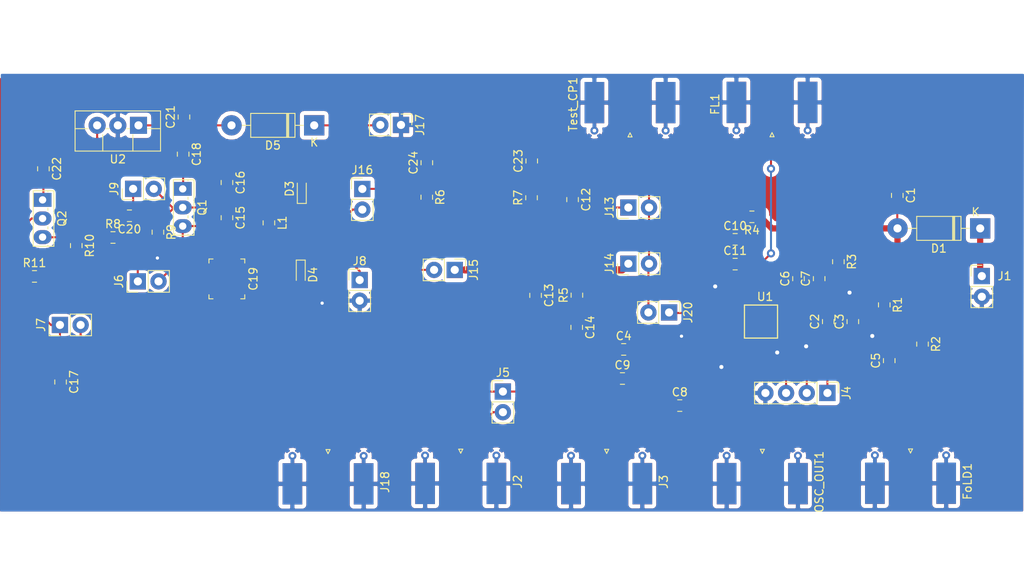
<source format=kicad_pcb>
(kicad_pcb (version 20171130) (host pcbnew "(5.0.2)-1")
  (layers (0 F.Cu signal) (31 B.Cu signal) (34 B.Paste user) (35 F.Paste user) (36 B.SilkS user) (37 F.SilkS user) (38 B.Mask user) (39 F.Mask user) (44 Edge.Cuts user))
  (net 0 "")
  (net 1 GND)
  (net 2 "Net-(C4-Pad1)")
  (net 3 "Net-(C8-Pad1)")
  (net 4 "Net-(C9-Pad2)")
  (net 5 PLL_Power)
  (net 6 "Net-(C12-Pad2)")
  (net 7 "Net-(C15-Pad1)")
  (net 8 "Net-(C15-Pad2)")
  (net 9 8V)
  (net 10 "Net-(C20-Pad2)")
  (net 11 "Net-(C21-Pad1)")
  (net 12 "Net-(D1-Pad1)")
  (net 13 "Net-(D3-Pad1)")
  (net 14 "Net-(D5-Pad1)")
  (net 15 "Net-(J2-Pad1)")
  (net 16 "Net-(J13-Pad2)")
  (net 17 V_uC)
  (net 18 Vp)
  (net 19 Vcc)
  (net 20 CE)
  (net 21 F_IN)
  (net 22 OSC_IN)
  (net 23 CPo)
  (net 24 LE)
  (net 25 Data)
  (net 26 FL)
  (net 27 FoLD)
  (net 28 OSC_OUT)
  (net 29 Clock)
  (net 30 "Net-(C13-Pad1)")
  (net 31 "Net-(C14-Pad1)")
  (net 32 "Net-(C17-Pad2)")
  (net 33 "Net-(C17-Pad1)")
  (net 34 "Net-(Q2-Pad3)")
  (net 35 "Net-(C23-Pad1)")
  (net 36 "Net-(C24-Pad1)")
  (net 37 "Net-(C20-Pad1)")
  (module Capacitor_SMD:C_0805_2012Metric_Pad1.15x1.40mm_HandSolder (layer F.Cu) (at 133.731 87.9094 90)
    (fp_text reference C24 (at 0 -1.65 90) (layer F.SilkS))
    (fp_text value C)
    (pad 2 smd roundrect (at 1.025 0 90) (size 1.15 1.4) (layers F.Cu F.Paste F.Mask) (roundrect_rratio 0.217391) (net 1 GND))
    (pad 1 smd roundrect (at -1.025 0 90) (size 1.15 1.4) (layers F.Cu F.Paste F.Mask) (roundrect_rratio 0.217391) (net 36 "Net-(C24-Pad1)"))
  )
  (module Capacitor_SMD:C_0805_2012Metric_Pad1.15x1.40mm_HandSolder (layer F.Cu) (at 146.6215 87.6935 90)
    (fp_text reference C23 (at 0 -1.65 90) (layer F.SilkS))
    (fp_text value C)
    (pad 1 smd roundrect (at -1.025 0 90) (size 1.15 1.4) (layers F.Cu F.Paste F.Mask) (roundrect_rratio 0.217391) (net 35 "Net-(C23-Pad1)"))
    (pad 2 smd roundrect (at 1.025 0 90) (size 1.15 1.4) (layers F.Cu F.Paste F.Mask) (roundrect_rratio 0.217391) (net 1 GND))
  )
  (module Capacitor_SMD:C_Trimmer_Murata_TZB4-B (layer F.Cu) (at 109.1565 102.1997 270)
    (fp_text reference C19 (at 0 -3.25 270) (layer F.SilkS))
    (fp_text value C_Variable)
    (pad 1 smd rect (at -3 0 270) (size 2 1.6) (layers F.Cu F.Paste F.Mask) (net 8 "Net-(C15-Pad2)"))
    (pad 2 smd rect (at 3 0 270) (size 2 1.6) (layers F.Cu F.Paste F.Mask) (net 1 GND))
  )
  (module Connector_PinHeader_2.54mm:PinHeader_1x02_P2.54mm_Vertical (layer F.Cu) (at 98.2218 102.5017 90)
    (fp_text reference J6 (at 0 -2.33 90) (layer F.SilkS))
    (fp_text value Conn_01x02_Male)
    (pad 1 thru_hole rect (at 0 0 90) (size 2 2) (drill 1) (layers *.Cu *.Mask) (net 37 "Net-(C20-Pad1)"))
    (pad 2 thru_hole oval (at 0 2.54 90) (size 2 2) (drill 1) (layers *.Cu *.Mask) (net 8 "Net-(C15-Pad2)"))
  )
  (module Resistor_SMD:R_0805_2012Metric_Pad1.15x1.40mm_HandSolder (layer F.Cu) (at 146.5961 92.2184 90)
    (fp_text reference R7 (at 0 -1.65 90) (layer F.SilkS))
    (fp_text value R)
    (pad 1 smd roundrect (at -1.025 0 90) (size 1.15 1.4) (layers F.Cu F.Paste F.Mask) (roundrect_rratio 0.217391) (net 6 "Net-(C12-Pad2)"))
    (pad 2 smd roundrect (at 1.025 0 90) (size 1.15 1.4) (layers F.Cu F.Paste F.Mask) (roundrect_rratio 0.217391) (net 35 "Net-(C23-Pad1)"))
  )
  (module Resistor_SMD:R_0805_2012Metric_Pad1.15x1.40mm_HandSolder (layer F.Cu) (at 95.1648 97.1042)
    (fp_text reference R8 (at 0 -1.65) (layer F.SilkS))
    (fp_text value "0 Ohms")
    (pad 2 smd roundrect (at 1.025 0) (size 1.15 1.4) (layers F.Cu F.Paste F.Mask) (roundrect_rratio 0.217391) (net 10 "Net-(C20-Pad2)"))
    (pad 1 smd roundrect (at -1.025 0) (size 1.15 1.4) (layers F.Cu F.Paste F.Mask) (roundrect_rratio 0.217391) (net 34 "Net-(Q2-Pad3)"))
  )
  (module Capacitor_SMD:C_0805_2012Metric_Pad1.15x1.40mm_HandSolder (layer F.Cu) (at 88.7222 114.8805 270)
    (fp_text reference C17 (at 0 -1.65 270) (layer F.SilkS))
    (fp_text value 100nF)
    (pad 2 smd roundrect (at 1.025 0 270) (size 1.15 1.4) (layers F.Cu F.Paste F.Mask) (roundrect_rratio 0.217391) (net 32 "Net-(C17-Pad2)"))
    (pad 1 smd roundrect (at -1.025 0 270) (size 1.15 1.4) (layers F.Cu F.Paste F.Mask) (roundrect_rratio 0.217391) (net 33 "Net-(C17-Pad1)"))
  )
  (module Capacitor_SMD:C_0805_2012Metric_Pad1.15x1.40mm_HandSolder (layer F.Cu) (at 152.146 108.1622 270)
    (fp_text reference C14 (at 0 -1.65 270) (layer F.SilkS))
    (fp_text value C)
    (pad 1 smd roundrect (at -1.025 0 270) (size 1.15 1.4) (layers F.Cu F.Paste F.Mask) (roundrect_rratio 0.217391) (net 31 "Net-(C14-Pad1)"))
    (pad 2 smd roundrect (at 1.025 0 270) (size 1.15 1.4) (layers F.Cu F.Paste F.Mask) (roundrect_rratio 0.217391) (net 1 GND))
  )
  (module Package_TO_SOT_THT:TO-251-3_Vertical (layer F.Cu) (at 86.5124 92.4814 270)
    (fp_text reference Q2 (at 2.29 -2.39 270) (layer F.SilkS))
    (fp_text value Q_NJFET_DSG)
    (pad 3 thru_hole oval (at 4.58 0 270) (size 1.7175 2.2) (drill 0.9) (layers *.Cu *.Mask) (net 34 "Net-(Q2-Pad3)"))
    (pad 2 thru_hole oval (at 2.29 0 270) (size 1.7175 2.2) (drill 0.9) (layers *.Cu *.Mask) (net 33 "Net-(C17-Pad1)"))
    (pad 1 thru_hole rect (at 0 0 270) (size 1.7175 2.2) (drill 0.9) (layers *.Cu *.Mask) (net 9 8V))
  )
  (module Package_TO_SOT_THT:TO-251-3_Vertical (layer F.Cu) (at 103.7336 91.1272 270)
    (fp_text reference Q1 (at 2.29 -2.39 270) (layer F.SilkS))
    (fp_text value Q_NJFET_DSG)
    (pad 1 thru_hole rect (at 0 0 270) (size 1.7 2.2) (drill 0.9) (layers *.Cu *.Mask) (net 9 8V))
    (pad 2 thru_hole oval (at 2.29 0 270) (size 1.7 2.2) (drill 0.9) (layers *.Cu *.Mask) (net 7 "Net-(C15-Pad1)"))
    (pad 3 thru_hole oval (at 4.58 0 270) (size 1.7 2.2) (drill 0.9) (layers *.Cu *.Mask) (net 8 "Net-(C15-Pad2)"))
  )
  (module Connector_Coaxial:SMA_Molex_73251-1153_EdgeMount_Horizontal (layer F.Cu) (at 193.167 125.6102 90)
    (fp_text reference FoLD1 (at -1.5 7 90) (layer F.SilkS))
    (fp_text value Conn_Coaxial)
    (pad 2 smd rect (at 1.27 4.38 90) (size 0.95 0.46) (layers B.Cu) (net 1 GND))
    (pad 2 smd rect (at 1.27 -4.38 90) (size 0.95 0.46) (layers B.Cu) (net 1 GND))
    (pad 2 smd rect (at 1.27 4.38 90) (size 0.95 0.46) (layers F.Cu) (net 1 GND))
    (pad 2 smd rect (at 1.27 -4.38 90) (size 0.95 0.46) (layers F.Cu) (net 1 GND))
    (pad 2 thru_hole circle (at 1.72 4.38 90) (size 0.97 0.97) (drill 0.46) (layers *.Cu) (net 1 GND))
    (pad 2 thru_hole circle (at 1.72 -4.38 90) (size 0.97 0.97) (drill 0.46) (layers *.Cu) (net 1 GND))
    (pad 2 smd rect (at -1.72 4.38 90) (size 5.08 2.42) (layers B.Cu B.Paste B.Mask) (net 1 GND))
    (pad 2 smd rect (at -1.72 -4.38 90) (size 5.08 2.42) (layers B.Cu B.Paste B.Mask) (net 1 GND))
    (pad 2 smd rect (at -1.72 4.38 90) (size 5.08 2.42) (layers F.Cu F.Paste F.Mask) (net 1 GND))
    (pad 2 smd rect (at -1.72 -4.38 90) (size 5.08 2.42) (layers F.Cu F.Paste F.Mask) (net 1 GND))
    (pad 1 smd rect (at -1.72 0 90) (size 5.08 2.29) (layers F.Cu F.Paste F.Mask) (net 27 FoLD))
  )
  (module Connector_Coaxial:SMA_Molex_73251-1153_EdgeMount_Horizontal (layer F.Cu) (at 176.149 82.2126 270)
    (fp_text reference FL1 (at -1.5 7 270) (layer F.SilkS))
    (fp_text value Conn_Coaxial)
    (pad 1 smd rect (at -1.72 0 270) (size 5.08 2.29) (layers F.Cu F.Paste F.Mask) (net 26 FL))
    (pad 2 smd rect (at -1.72 -4.38 270) (size 5.08 2.42) (layers F.Cu F.Paste F.Mask) (net 1 GND))
    (pad 2 smd rect (at -1.72 4.38 270) (size 5.08 2.42) (layers F.Cu F.Paste F.Mask) (net 1 GND))
    (pad 2 smd rect (at -1.72 -4.38 270) (size 5.08 2.42) (layers B.Cu B.Paste B.Mask) (net 1 GND))
    (pad 2 smd rect (at -1.72 4.38 270) (size 5.08 2.42) (layers B.Cu B.Paste B.Mask) (net 1 GND))
    (pad 2 thru_hole circle (at 1.72 -4.38 270) (size 0.97 0.97) (drill 0.46) (layers *.Cu) (net 1 GND))
    (pad 2 thru_hole circle (at 1.72 4.38 270) (size 0.97 0.97) (drill 0.46) (layers *.Cu) (net 1 GND))
    (pad 2 smd rect (at 1.27 -4.38 270) (size 0.95 0.46) (layers F.Cu) (net 1 GND))
    (pad 2 smd rect (at 1.27 4.38 270) (size 0.95 0.46) (layers F.Cu) (net 1 GND))
    (pad 2 smd rect (at 1.27 -4.38 270) (size 0.95 0.46) (layers B.Cu) (net 1 GND))
    (pad 2 smd rect (at 1.27 4.38 270) (size 0.95 0.46) (layers B.Cu) (net 1 GND))
  )
  (module Connector_Coaxial:SMA_Molex_73251-1153_EdgeMount_Horizontal (layer F.Cu) (at 158.6992 82.238 270)
    (fp_text reference Test_CP1 (at -1.5 7 270) (layer F.SilkS))
    (fp_text value Conn_Coaxial)
    (pad 2 smd rect (at 1.27 4.38 270) (size 0.95 0.46) (layers B.Cu) (net 1 GND))
    (pad 2 smd rect (at 1.27 -4.38 270) (size 0.95 0.46) (layers B.Cu) (net 1 GND))
    (pad 2 smd rect (at 1.27 4.38 270) (size 0.95 0.46) (layers F.Cu) (net 1 GND))
    (pad 2 smd rect (at 1.27 -4.38 270) (size 0.95 0.46) (layers F.Cu) (net 1 GND))
    (pad 2 thru_hole circle (at 1.72 4.38 270) (size 0.97 0.97) (drill 0.46) (layers *.Cu) (net 1 GND))
    (pad 2 thru_hole circle (at 1.72 -4.38 270) (size 0.97 0.97) (drill 0.46) (layers *.Cu) (net 1 GND))
    (pad 2 smd rect (at -1.72 4.38 270) (size 5.08 2.42) (layers B.Cu B.Paste B.Mask) (net 1 GND))
    (pad 2 smd rect (at -1.72 -4.38 270) (size 5.08 2.42) (layers B.Cu B.Paste B.Mask) (net 1 GND))
    (pad 2 smd rect (at -1.72 4.38 270) (size 5.08 2.42) (layers F.Cu F.Paste F.Mask) (net 1 GND))
    (pad 2 smd rect (at -1.72 -4.38 270) (size 5.08 2.42) (layers F.Cu F.Paste F.Mask) (net 1 GND))
    (pad 1 smd rect (at -1.72 0 270) (size 5.08 2.29) (layers F.Cu F.Paste F.Mask) (net 16 "Net-(J13-Pad2)"))
  )
  (module Connector_Coaxial:SMA_Molex_73251-1153_EdgeMount_Horizontal (layer F.Cu) (at 174.9552 125.661 90)
    (fp_text reference OSC_OUT1 (at -1.5 7 90) (layer F.SilkS))
    (fp_text value Conn_Coaxial)
    (pad 1 smd rect (at -1.72 0 90) (size 5.08 2.29) (layers F.Cu F.Paste F.Mask) (net 28 OSC_OUT))
    (pad 2 smd rect (at -1.72 -4.38 90) (size 5.08 2.42) (layers F.Cu F.Paste F.Mask) (net 1 GND))
    (pad 2 smd rect (at -1.72 4.38 90) (size 5.08 2.42) (layers F.Cu F.Paste F.Mask) (net 1 GND))
    (pad 2 smd rect (at -1.72 -4.38 90) (size 5.08 2.42) (layers B.Cu B.Paste B.Mask) (net 1 GND))
    (pad 2 smd rect (at -1.72 4.38 90) (size 5.08 2.42) (layers B.Cu B.Paste B.Mask) (net 1 GND))
    (pad 2 thru_hole circle (at 1.72 -4.38 90) (size 0.97 0.97) (drill 0.46) (layers *.Cu) (net 1 GND))
    (pad 2 thru_hole circle (at 1.72 4.38 90) (size 0.97 0.97) (drill 0.46) (layers *.Cu) (net 1 GND))
    (pad 2 smd rect (at 1.27 -4.38 90) (size 0.95 0.46) (layers F.Cu) (net 1 GND))
    (pad 2 smd rect (at 1.27 4.38 90) (size 0.95 0.46) (layers F.Cu) (net 1 GND))
    (pad 2 smd rect (at 1.27 -4.38 90) (size 0.95 0.46) (layers B.Cu) (net 1 GND))
    (pad 2 smd rect (at 1.27 4.38 90) (size 0.95 0.46) (layers B.Cu) (net 1 GND))
  )
  (module Capacitor_SMD:C_0805_2012Metric_Pad1.15x1.40mm_HandSolder (layer F.Cu) (at 191.5414 91.9316 270)
    (fp_text reference C1 (at 0 -1.65 270) (layer F.SilkS))
    (fp_text value C)
    (pad 1 smd roundrect (at -1.025 0 270) (size 1.15 1.4) (layers F.Cu F.Paste F.Mask) (roundrect_rratio 0.217391) (net 1 GND))
    (pad 2 smd roundrect (at 1.025 0 270) (size 1.15 1.4) (layers F.Cu F.Paste F.Mask) (roundrect_rratio 0.217391) (net 5 PLL_Power))
  )
  (module Capacitor_SMD:C_0805_2012Metric_Pad1.15x1.40mm_HandSolder (layer F.Cu) (at 183.0578 107.451 90)
    (fp_text reference C2 (at 0 -1.65 90) (layer F.SilkS))
    (fp_text value 100nF)
    (pad 1 smd roundrect (at -1.025 0 90) (size 1.15 1.4) (layers F.Cu F.Paste F.Mask) (roundrect_rratio 0.217391) (net 1 GND))
    (pad 2 smd roundrect (at 1.025 0 90) (size 1.15 1.4) (layers F.Cu F.Paste F.Mask) (roundrect_rratio 0.217391) (net 17 V_uC))
  )
  (module Capacitor_SMD:C_0805_2012Metric_Pad1.15x1.40mm_HandSolder (layer F.Cu) (at 186.0804 107.451 90)
    (fp_text reference C3 (at 0 -1.65 90) (layer F.SilkS))
    (fp_text value 100pF)
    (pad 2 smd roundrect (at 1.025 0 90) (size 1.15 1.4) (layers F.Cu F.Paste F.Mask) (roundrect_rratio 0.217391) (net 17 V_uC))
    (pad 1 smd roundrect (at -1.025 0 90) (size 1.15 1.4) (layers F.Cu F.Paste F.Mask) (roundrect_rratio 0.217391) (net 1 GND))
  )
  (module Capacitor_SMD:C_0805_2012Metric_Pad1.15x1.40mm_HandSolder (layer F.Cu) (at 157.9208 110.871)
    (fp_text reference C4 (at 0 -1.65) (layer F.SilkS))
    (fp_text value 1000pF)
    (pad 2 smd roundrect (at 1.025 0) (size 1.15 1.4) (layers F.Cu F.Paste F.Mask) (roundrect_rratio 0.217391) (net 21 F_IN))
    (pad 1 smd roundrect (at -1.025 0) (size 1.15 1.4) (layers F.Cu F.Paste F.Mask) (roundrect_rratio 0.217391) (net 2 "Net-(C4-Pad1)"))
  )
  (module Capacitor_SMD:C_0805_2012Metric_Pad1.15x1.40mm_HandSolder (layer F.Cu) (at 190.5508 112.2516 90)
    (fp_text reference C5 (at 0 -1.65 90) (layer F.SilkS))
    (fp_text value 100nF)
    (pad 2 smd roundrect (at 1.025 0 90) (size 1.15 1.4) (layers F.Cu F.Paste F.Mask) (roundrect_rratio 0.217391) (net 20 CE))
    (pad 1 smd roundrect (at -1.025 0 90) (size 1.15 1.4) (layers F.Cu F.Paste F.Mask) (roundrect_rratio 0.217391) (net 1 GND))
  )
  (module Capacitor_SMD:C_0805_2012Metric_Pad1.15x1.40mm_HandSolder (layer F.Cu) (at 179.4002 102.1678 90)
    (fp_text reference C6 (at 0 -1.65 90) (layer F.SilkS))
    (fp_text value 100nF)
    (pad 1 smd roundrect (at -1.025 0 90) (size 1.15 1.4) (layers F.Cu F.Paste F.Mask) (roundrect_rratio 0.217391) (net 1 GND))
    (pad 2 smd roundrect (at 1.025 0 90) (size 1.15 1.4) (layers F.Cu F.Paste F.Mask) (roundrect_rratio 0.217391) (net 19 Vcc))
  )
  (module Capacitor_SMD:C_0805_2012Metric_Pad1.15x1.40mm_HandSolder (layer F.Cu) (at 181.9402 102.1678 90)
    (fp_text reference C7 (at 0 -1.65 90) (layer F.SilkS))
    (fp_text value 100pF)
    (pad 1 smd roundrect (at -1.025 0 90) (size 1.15 1.4) (layers F.Cu F.Paste F.Mask) (roundrect_rratio 0.217391) (net 1 GND))
    (pad 2 smd roundrect (at 1.025 0 90) (size 1.15 1.4) (layers F.Cu F.Paste F.Mask) (roundrect_rratio 0.217391) (net 19 Vcc))
  )
  (module Capacitor_SMD:C_0805_2012Metric_Pad1.15x1.40mm_HandSolder (layer F.Cu) (at 164.8116 117.7798)
    (fp_text reference C8 (at 0 -1.65) (layer F.SilkS))
    (fp_text value 1000pF)
    (pad 2 smd roundrect (at 1.025 0) (size 1.15 1.4) (layers F.Cu F.Paste F.Mask) (roundrect_rratio 0.217391) (net 22 OSC_IN))
    (pad 1 smd roundrect (at -1.025 0) (size 1.15 1.4) (layers F.Cu F.Paste F.Mask) (roundrect_rratio 0.217391) (net 3 "Net-(C8-Pad1)"))
  )
  (module Capacitor_SMD:C_0805_2012Metric_Pad1.15x1.40mm_HandSolder (layer F.Cu) (at 157.7684 114.4524)
    (fp_text reference C9 (at 0 -1.65) (layer F.SilkS))
    (fp_text value 100nF)
    (pad 2 smd roundrect (at 1.025 0) (size 1.15 1.4) (layers F.Cu F.Paste F.Mask) (roundrect_rratio 0.217391) (net 4 "Net-(C9-Pad2)"))
    (pad 1 smd roundrect (at -1.025 0) (size 1.15 1.4) (layers F.Cu F.Paste F.Mask) (roundrect_rratio 0.217391) (net 1 GND))
  )
  (module Capacitor_SMD:C_0805_2012Metric_Pad1.15x1.40mm_HandSolder (layer F.Cu) (at 171.6188 97.3328)
    (fp_text reference C10 (at 0 -1.65) (layer F.SilkS))
    (fp_text value 100nF)
    (pad 2 smd roundrect (at 1.025 0) (size 1.15 1.4) (layers F.Cu F.Paste F.Mask) (roundrect_rratio 0.217391) (net 18 Vp))
    (pad 1 smd roundrect (at -1.025 0) (size 1.15 1.4) (layers F.Cu F.Paste F.Mask) (roundrect_rratio 0.217391) (net 1 GND))
  )
  (module Capacitor_SMD:C_0805_2012Metric_Pad1.15x1.40mm_HandSolder (layer F.Cu) (at 171.6188 100.3808)
    (fp_text reference C11 (at 0 -1.65) (layer F.SilkS))
    (fp_text value 100pF)
    (pad 1 smd roundrect (at -1.025 0) (size 1.15 1.4) (layers F.Cu F.Paste F.Mask) (roundrect_rratio 0.217391) (net 1 GND))
    (pad 2 smd roundrect (at 1.025 0) (size 1.15 1.4) (layers F.Cu F.Paste F.Mask) (roundrect_rratio 0.217391) (net 18 Vp))
  )
  (module Capacitor_SMD:C_0805_2012Metric_Pad1.15x1.40mm_HandSolder (layer F.Cu) (at 151.638 92.447 270)
    (fp_text reference C12 (at 0 -1.65 270) (layer F.SilkS))
    (fp_text value C)
    (pad 2 smd roundrect (at 1.025 0 270) (size 1.15 1.4) (layers F.Cu F.Paste F.Mask) (roundrect_rratio 0.217391) (net 6 "Net-(C12-Pad2)"))
    (pad 1 smd roundrect (at -1.025 0 270) (size 1.15 1.4) (layers F.Cu F.Paste F.Mask) (roundrect_rratio 0.217391) (net 1 GND))
  )
  (module Capacitor_SMD:C_0805_2012Metric_Pad1.15x1.40mm_HandSolder (layer F.Cu) (at 147.0914 104.2252 270)
    (fp_text reference C13 (at 0 -1.65 270) (layer F.SilkS))
    (fp_text value C)
    (pad 2 smd roundrect (at 1.025 0 270) (size 1.15 1.4) (layers F.Cu F.Paste F.Mask) (roundrect_rratio 0.217391) (net 1 GND))
    (pad 1 smd roundrect (at -1.025 0 270) (size 1.15 1.4) (layers F.Cu F.Paste F.Mask) (roundrect_rratio 0.217391) (net 30 "Net-(C13-Pad1)"))
  )
  (module Capacitor_SMD:C_0805_2012Metric_Pad1.15x1.40mm_HandSolder (layer F.Cu) (at 109.1692 94.6748 270)
    (fp_text reference C15 (at 0 -1.65 270) (layer F.SilkS))
    (fp_text value 120)
    (pad 1 smd roundrect (at -1.025 0 270) (size 1.15 1.4) (layers F.Cu F.Paste F.Mask) (roundrect_rratio 0.217391) (net 7 "Net-(C15-Pad1)"))
    (pad 2 smd roundrect (at 1.025 0 270) (size 1.15 1.4) (layers F.Cu F.Paste F.Mask) (roundrect_rratio 0.217391) (net 8 "Net-(C15-Pad2)"))
  )
  (module Capacitor_SMD:C_0805_2012Metric_Pad1.15x1.40mm_HandSolder (layer F.Cu) (at 109.1692 90.3478 270)
    (fp_text reference C16 (at 0 -1.65 270) (layer F.SilkS))
    (fp_text value 560)
    (pad 2 smd roundrect (at 1.025 0 270) (size 1.15 1.4) (layers F.Cu F.Paste F.Mask) (roundrect_rratio 0.217391) (net 7 "Net-(C15-Pad1)"))
    (pad 1 smd roundrect (at -1.025 0 270) (size 1.15 1.4) (layers F.Cu F.Paste F.Mask) (roundrect_rratio 0.217391) (net 1 GND))
  )
  (module Capacitor_SMD:C_0805_2012Metric_Pad1.15x1.40mm_HandSolder (layer F.Cu) (at 103.7844 86.859 270)
    (fp_text reference C18 (at 0 -1.65 270) (layer F.SilkS))
    (fp_text value 100nF)
    (pad 1 smd roundrect (at -1.025 0 270) (size 1.15 1.4) (layers F.Cu F.Paste F.Mask) (roundrect_rratio 0.217391) (net 1 GND))
    (pad 2 smd roundrect (at 1.025 0 270) (size 1.15 1.4) (layers F.Cu F.Paste F.Mask) (roundrect_rratio 0.217391) (net 9 8V))
  )
  (module Capacitor_SMD:C_0805_2012Metric_Pad1.15x1.40mm_HandSolder (layer F.Cu) (at 97.1841 94.4372 180)
    (fp_text reference C20 (at 0 -1.65 180) (layer F.SilkS))
    (fp_text value 10pF)
    (pad 1 smd roundrect (at -1.025 0 180) (size 1.15 1.4) (layers F.Cu F.Paste F.Mask) (roundrect_rratio 0.217391) (net 37 "Net-(C20-Pad1)"))
    (pad 2 smd roundrect (at 1.025 0 180) (size 1.15 1.4) (layers F.Cu F.Paste F.Mask) (roundrect_rratio 0.217391) (net 10 "Net-(C20-Pad2)"))
  )
  (module Capacitor_SMD:C_0805_2012Metric_Pad1.15x1.40mm_HandSolder (layer F.Cu) (at 103.886 82.287 90)
    (fp_text reference C21 (at 0 -1.65 90) (layer F.SilkS))
    (fp_text value 100nF)
    (pad 1 smd roundrect (at -1.025 0 90) (size 1.15 1.4) (layers F.Cu F.Paste F.Mask) (roundrect_rratio 0.217391) (net 11 "Net-(C21-Pad1)"))
    (pad 2 smd roundrect (at 1.025 0 90) (size 1.15 1.4) (layers F.Cu F.Paste F.Mask) (roundrect_rratio 0.217391) (net 1 GND))
  )
  (module Capacitor_SMD:C_0805_2012Metric_Pad1.15x1.40mm_HandSolder (layer F.Cu) (at 86.614 88.655 270)
    (fp_text reference C22 (at 0 -1.65 270) (layer F.SilkS))
    (fp_text value 100nF)
    (pad 1 smd roundrect (at -1.025 0 270) (size 1.15 1.4) (layers F.Cu F.Paste F.Mask) (roundrect_rratio 0.217391) (net 1 GND))
    (pad 2 smd roundrect (at 1.025 0 270) (size 1.15 1.4) (layers F.Cu F.Paste F.Mask) (roundrect_rratio 0.217391) (net 9 8V))
  )
  (module Diode_THT:D_DO-41_SOD81_P10.16mm_Horizontal (layer F.Cu) (at 201.7268 95.9866 180)
    (fp_text reference D1 (at 5.08 -2.47 180) (layer F.SilkS))
    (fp_text value DIODE)
    (fp_text user K (at 0.5588 2.0066 180) (layer F.SilkS))
    (pad 1 thru_hole rect (at 0 0 180) (size 2.5 2.5) (drill 1) (layers *.Cu *.Mask) (net 12 "Net-(D1-Pad1)"))
    (pad 2 thru_hole oval (at 10.16 0 180) (size 2.5 2.5) (drill 1) (layers *.Cu *.Mask) (net 5 PLL_Power))
  )
  (module Diode_SMD:D_SC-80_HandSoldering (layer F.Cu) (at 118.364 91.1176 90)
    (fp_text reference D3 (at 0 -1.5 90) (layer F.SilkS))
    (fp_text value D_Capacitance)
    (pad 1 smd rect (at -1.1 0 90) (size 1.1 0.6) (layers F.Cu F.Paste F.Mask) (net 13 "Net-(D3-Pad1)"))
    (pad 2 smd rect (at 1.1 0 90) (size 1.1 0.6) (layers F.Cu F.Paste F.Mask) (net 8 "Net-(C15-Pad2)"))
  )
  (module Diode_SMD:D_SC-80_HandSoldering (layer F.Cu) (at 118.237 101.684 270)
    (fp_text reference D4 (at 0 -1.5 270) (layer F.SilkS))
    (fp_text value D_Capacitance)
    (pad 2 smd rect (at 1.1 0 270) (size 1.1 0.6) (layers F.Cu F.Paste F.Mask) (net 1 GND))
    (pad 1 smd rect (at -1.1 0 270) (size 1.1 0.6) (layers F.Cu F.Paste F.Mask) (net 13 "Net-(D3-Pad1)"))
  )
  (module Diode_THT:D_DO-41_SOD81_P10.16mm_Horizontal (layer F.Cu) (at 119.888 83.312 180)
    (fp_text reference D5 (at 5.08 -2.47 180) (layer F.SilkS))
    (fp_text value DIODE)
    (fp_text user K (at 0 -2.1 180) (layer F.SilkS))
    (pad 2 thru_hole oval (at 10.16 0 180) (size 2.5 2.5) (drill 1) (layers *.Cu *.Mask) (net 11 "Net-(C21-Pad1)"))
    (pad 1 thru_hole rect (at 0 0 180) (size 2.5 2.5) (drill 1) (layers *.Cu *.Mask) (net 14 "Net-(D5-Pad1)"))
  )
  (module Connector_PinHeader_2.54mm:PinHeader_1x02_P2.54mm_Vertical (layer F.Cu) (at 201.93 101.854)
    (fp_text reference J1 (at 2.794 0) (layer F.SilkS))
    (fp_text value Conn_01x02_Male)
    (pad 2 thru_hole oval (at 0 2.54) (size 2 2) (drill 1) (layers *.Cu *.Mask) (net 1 GND))
    (pad 1 thru_hole rect (at 0 0) (size 2 2) (drill 1) (layers *.Cu *.Mask) (net 12 "Net-(D1-Pad1)"))
  )
  (module Connector_Coaxial:SMA_Molex_73251-1153_EdgeMount_Horizontal (layer F.Cu) (at 137.8966 125.6356 90)
    (fp_text reference J2 (at -1.5 7 90) (layer F.SilkS))
    (fp_text value Conn_Coaxial)
    (pad 2 smd rect (at 1.27 4.38 90) (size 0.95 0.46) (layers B.Cu) (net 1 GND))
    (pad 2 smd rect (at 1.27 -4.38 90) (size 0.95 0.46) (layers B.Cu) (net 1 GND))
    (pad 2 smd rect (at 1.27 4.38 90) (size 0.95 0.46) (layers F.Cu) (net 1 GND))
    (pad 2 smd rect (at 1.27 -4.38 90) (size 0.95 0.46) (layers F.Cu) (net 1 GND))
    (pad 2 thru_hole circle (at 1.72 4.38 90) (size 0.97 0.97) (drill 0.46) (layers *.Cu) (net 1 GND))
    (pad 2 thru_hole circle (at 1.72 -4.38 90) (size 0.97 0.97) (drill 0.46) (layers *.Cu) (net 1 GND))
    (pad 2 smd rect (at -1.72 4.38 90) (size 5.08 2.42) (layers B.Cu B.Paste B.Mask) (net 1 GND))
    (pad 2 smd rect (at -1.72 -4.38 90) (size 5.08 2.42) (layers B.Cu B.Paste B.Mask) (net 1 GND))
    (pad 2 smd rect (at -1.72 4.38 90) (size 5.08 2.42) (layers F.Cu F.Paste F.Mask) (net 1 GND))
    (pad 2 smd rect (at -1.72 -4.38 90) (size 5.08 2.42) (layers F.Cu F.Paste F.Mask) (net 1 GND))
    (pad 1 smd rect (at -1.72 0 90) (size 5.08 2.29) (layers F.Cu F.Paste F.Mask) (net 15 "Net-(J2-Pad1)"))
  )
  (module Connector_Coaxial:SMA_Molex_73251-1153_EdgeMount_Horizontal (layer F.Cu) (at 155.829 125.661 90)
    (fp_text reference J3 (at -1.5 7 90) (layer F.SilkS))
    (fp_text value Conn_Coaxial)
    (pad 1 smd rect (at -1.72 0 90) (size 5.08 2.29) (layers F.Cu F.Paste F.Mask) (net 3 "Net-(C8-Pad1)"))
    (pad 2 smd rect (at -1.72 -4.38 90) (size 5.08 2.42) (layers F.Cu F.Paste F.Mask) (net 1 GND))
    (pad 2 smd rect (at -1.72 4.38 90) (size 5.08 2.42) (layers F.Cu F.Paste F.Mask) (net 1 GND))
    (pad 2 smd rect (at -1.72 -4.38 90) (size 5.08 2.42) (layers B.Cu B.Paste B.Mask) (net 1 GND))
    (pad 2 smd rect (at -1.72 4.38 90) (size 5.08 2.42) (layers B.Cu B.Paste B.Mask) (net 1 GND))
    (pad 2 thru_hole circle (at 1.72 -4.38 90) (size 0.97 0.97) (drill 0.46) (layers *.Cu) (net 1 GND))
    (pad 2 thru_hole circle (at 1.72 4.38 90) (size 0.97 0.97) (drill 0.46) (layers *.Cu) (net 1 GND))
    (pad 2 smd rect (at 1.27 -4.38 90) (size 0.95 0.46) (layers F.Cu) (net 1 GND))
    (pad 2 smd rect (at 1.27 4.38 90) (size 0.95 0.46) (layers F.Cu) (net 1 GND))
    (pad 2 smd rect (at 1.27 -4.38 90) (size 0.95 0.46) (layers B.Cu) (net 1 GND))
    (pad 2 smd rect (at 1.27 4.38 90) (size 0.95 0.46) (layers B.Cu) (net 1 GND))
  )
  (module Connector_PinHeader_2.54mm:PinHeader_1x04_P2.54mm_Vertical (layer F.Cu) (at 182.9562 116.2304 270)
    (fp_text reference J4 (at 0 -2.33 270) (layer F.SilkS))
    (fp_text value Conn_01x04_Male)
    (pad 1 thru_hole rect (at 0 0 270) (size 2 2) (drill 1) (layers *.Cu *.Mask) (net 24 LE))
    (pad 2 thru_hole oval (at 0 2.54 270) (size 2 2) (drill 1) (layers *.Cu *.Mask) (net 25 Data))
    (pad 3 thru_hole oval (at 0 5.08 270) (size 2 2) (drill 1) (layers *.Cu *.Mask) (net 29 Clock))
    (pad 4 thru_hole oval (at 0 7.62 270) (size 2 2) (drill 1) (layers *.Cu *.Mask) (net 1 GND))
  )
  (module Connector_PinHeader_2.54mm:PinHeader_1x02_P2.54mm_Vertical (layer F.Cu) (at 143.0782 116.0526)
    (fp_text reference J5 (at 0 -2.33) (layer F.SilkS))
    (fp_text value Conn_01x02_Male)
    (pad 1 thru_hole rect (at 0 0) (size 2 2) (drill 1) (layers *.Cu *.Mask) (net 2 "Net-(C4-Pad1)"))
    (pad 2 thru_hole oval (at 0 2.54) (size 2 2) (drill 1) (layers *.Cu *.Mask) (net 15 "Net-(J2-Pad1)"))
  )
  (module Connector_PinHeader_2.54mm:PinHeader_1x02_P2.54mm_Vertical (layer F.Cu) (at 88.646 107.8611 90)
    (fp_text reference J7 (at 0 -2.33 90) (layer F.SilkS))
    (fp_text value Conn_01x02_Male)
    (pad 2 thru_hole oval (at 0 2.54 90) (size 2 2) (drill 1) (layers *.Cu *.Mask) (net 2 "Net-(C4-Pad1)"))
    (pad 1 thru_hole rect (at 0 0 90) (size 2 2) (drill 1) (layers *.Cu *.Mask) (net 33 "Net-(C17-Pad1)"))
  )
  (module Connector_PinHeader_2.54mm:PinHeader_1x02_P2.54mm_Vertical (layer F.Cu) (at 125.476 102.3366)
    (fp_text reference J8 (at 0 -2.33) (layer F.SilkS))
    (fp_text value Conn_01x02_Male)
    (pad 1 thru_hole rect (at 0 0) (size 2 2) (drill 1) (layers *.Cu *.Mask) (net 13 "Net-(D3-Pad1)"))
    (pad 2 thru_hole oval (at 0 2.54) (size 2 2) (drill 1) (layers *.Cu *.Mask) (net 1 GND))
  )
  (module Connector_PinHeader_2.54mm:PinHeader_1x02_P2.54mm_Vertical (layer F.Cu) (at 97.6376 91.1225 90)
    (fp_text reference J9 (at 0 -2.33 90) (layer F.SilkS))
    (fp_text value Conn_01x02_Male)
    (pad 1 thru_hole rect (at 0 0 90) (size 2 2) (drill 1) (layers *.Cu *.Mask) (net 37 "Net-(C20-Pad1)"))
    (pad 2 thru_hole oval (at 0 2.54 90) (size 2 2) (drill 1) (layers *.Cu *.Mask) (net 7 "Net-(C15-Pad1)"))
  )
  (module Connector_PinHeader_2.54mm:PinHeader_1x02_P2.54mm_Vertical (layer F.Cu) (at 158.496 93.4212 90)
    (fp_text reference J13 (at 0 -2.33 90) (layer F.SilkS))
    (fp_text value Conn_01x02_Male)
    (pad 2 thru_hole oval (at 0 2.54 90) (size 2 2) (drill 1) (layers *.Cu *.Mask) (net 16 "Net-(J13-Pad2)"))
    (pad 1 thru_hole rect (at 0 0 90) (size 2 2) (drill 1) (layers *.Cu *.Mask) (net 6 "Net-(C12-Pad2)"))
  )
  (module Connector_PinHeader_2.54mm:PinHeader_1x02_P2.54mm_Vertical (layer F.Cu) (at 158.496 100.33 90)
    (fp_text reference J14 (at 0 -2.33 90) (layer F.SilkS))
    (fp_text value Conn_01x02_Male)
    (pad 1 thru_hole rect (at 0 0 90) (size 2 2) (drill 1) (layers *.Cu *.Mask) (net 30 "Net-(C13-Pad1)"))
    (pad 2 thru_hole oval (at 0 2.54 90) (size 2 2) (drill 1) (layers *.Cu *.Mask) (net 16 "Net-(J13-Pad2)"))
  )
  (module Connector_PinHeader_2.54mm:PinHeader_1x02_P2.54mm_Vertical (layer F.Cu) (at 137.16 101.092 270)
    (fp_text reference J15 (at 0 -2.33 270) (layer F.SilkS))
    (fp_text value Conn_01x02_Male)
    (pad 2 thru_hole oval (at 0 2.54 270) (size 2 2) (drill 1) (layers *.Cu *.Mask) (net 13 "Net-(D3-Pad1)"))
    (pad 1 thru_hole rect (at 0 0 270) (size 2 2) (drill 1) (layers *.Cu *.Mask) (net 30 "Net-(C13-Pad1)"))
  )
  (module Connector_PinHeader_2.54mm:PinHeader_1x02_P2.54mm_Vertical (layer F.Cu) (at 125.8062 91.1352)
    (fp_text reference J16 (at 0 -2.33) (layer F.SilkS))
    (fp_text value Conn_01x02_Male)
    (pad 1 thru_hole rect (at 0 0) (size 2 2) (drill 1) (layers *.Cu *.Mask) (net 36 "Net-(C24-Pad1)"))
    (pad 2 thru_hole oval (at 0 2.54) (size 2 2) (drill 1) (layers *.Cu *.Mask) (net 13 "Net-(D3-Pad1)"))
  )
  (module Connector_PinHeader_2.54mm:PinHeader_1x02_P2.54mm_Vertical (layer F.Cu) (at 130.556 83.2612 270)
    (fp_text reference J17 (at 0 -2.33 270) (layer F.SilkS))
    (fp_text value Conn_01x02_Male)
    (pad 1 thru_hole rect (at 0 0 270) (size 2 2) (drill 1) (layers *.Cu *.Mask) (net 1 GND))
    (pad 2 thru_hole oval (at 0 2.54 270) (size 2 2) (drill 1) (layers *.Cu *.Mask) (net 14 "Net-(D5-Pad1)"))
  )
  (module Connector_Coaxial:SMA_Molex_73251-1153_EdgeMount_Horizontal (layer F.Cu) (at 121.5898 125.6864 90)
    (fp_text reference J18 (at -1.5 7 90) (layer F.SilkS))
    (fp_text value Conn_Coaxial)
    (pad 1 smd rect (at -1.72 0 90) (size 5.08 2.29) (layers F.Cu F.Paste F.Mask) (net 32 "Net-(C17-Pad2)"))
    (pad 2 smd rect (at -1.72 -4.38 90) (size 5.08 2.42) (layers F.Cu F.Paste F.Mask) (net 1 GND))
    (pad 2 smd rect (at -1.72 4.38 90) (size 5.08 2.42) (layers F.Cu F.Paste F.Mask) (net 1 GND))
    (pad 2 smd rect (at -1.72 -4.38 90) (size 5.08 2.42) (layers B.Cu B.Paste B.Mask) (net 1 GND))
    (pad 2 smd rect (at -1.72 4.38 90) (size 5.08 2.42) (layers B.Cu B.Paste B.Mask) (net 1 GND))
    (pad 2 thru_hole circle (at 1.72 -4.38 90) (size 0.97 0.97) (drill 0.46) (layers *.Cu) (net 1 GND))
    (pad 2 thru_hole circle (at 1.72 4.38 90) (size 0.97 0.97) (drill 0.46) (layers *.Cu) (net 1 GND))
    (pad 2 smd rect (at 1.27 -4.38 90) (size 0.95 0.46) (layers F.Cu) (net 1 GND))
    (pad 2 smd rect (at 1.27 4.38 90) (size 0.95 0.46) (layers F.Cu) (net 1 GND))
    (pad 2 smd rect (at 1.27 -4.38 90) (size 0.95 0.46) (layers B.Cu) (net 1 GND))
    (pad 2 smd rect (at 1.27 4.38 90) (size 0.95 0.46) (layers B.Cu) (net 1 GND))
  )
  (module Connector_PinHeader_2.54mm:PinHeader_1x02_P2.54mm_Vertical (layer F.Cu) (at 163.4998 106.3244 270)
    (fp_text reference J20 (at 0 -2.33 270) (layer F.SilkS))
    (fp_text value Conn_01x02_Male)
    (pad 2 thru_hole oval (at 0 2.54 270) (size 2 2) (drill 1) (layers *.Cu *.Mask) (net 16 "Net-(J13-Pad2)"))
    (pad 1 thru_hole rect (at 0 0 270) (size 2 2) (drill 1) (layers *.Cu *.Mask) (net 23 CPo))
  )
  (module Inductor_SMD:L_0805_2012Metric_Pad1.15x1.40mm_HandSolder (layer F.Cu) (at 114.3254 95.3098 270)
    (fp_text reference L1 (at 0 -1.65 270) (layer F.SilkS))
    (fp_text value 1.8uH)
    (pad 2 smd roundrect (at 1.025 0 270) (size 1.15 1.4) (layers F.Cu F.Paste F.Mask) (roundrect_rratio 0.217391) (net 1 GND))
    (pad 1 smd roundrect (at -1.025 0 270) (size 1.15 1.4) (layers F.Cu F.Paste F.Mask) (roundrect_rratio 0.217391) (net 8 "Net-(C15-Pad2)"))
  )
  (module Resistor_SMD:R_0805_2012Metric_Pad1.15x1.40mm_HandSolder (layer F.Cu) (at 189.9412 105.3936 270)
    (fp_text reference R1 (at 0 -1.65 270) (layer F.SilkS))
    (fp_text value 18)
    (pad 1 smd roundrect (at -1.025 0 270) (size 1.15 1.4) (layers F.Cu F.Paste F.Mask) (roundrect_rratio 0.217391) (net 5 PLL_Power))
    (pad 2 smd roundrect (at 1.025 0 270) (size 1.15 1.4) (layers F.Cu F.Paste F.Mask) (roundrect_rratio 0.217391) (net 17 V_uC))
  )
  (module Resistor_SMD:R_0805_2012Metric_Pad1.15x1.40mm_HandSolder (layer F.Cu) (at 194.6402 110.2196 270)
    (fp_text reference R2 (at 0 -1.65 270) (layer F.SilkS))
    (fp_text value 10k)
    (pad 2 smd roundrect (at 1.025 0 270) (size 1.15 1.4) (layers F.Cu F.Paste F.Mask) (roundrect_rratio 0.217391) (net 20 CE))
    (pad 1 smd roundrect (at -1.025 0 270) (size 1.15 1.4) (layers F.Cu F.Paste F.Mask) (roundrect_rratio 0.217391) (net 5 PLL_Power))
  )
  (module Resistor_SMD:R_0805_2012Metric_Pad1.15x1.40mm_HandSolder (layer F.Cu) (at 184.3024 100.085 270)
    (fp_text reference R3 (at 0 -1.65 270) (layer F.SilkS))
    (fp_text value 18)
    (pad 2 smd roundrect (at 1.025 0 270) (size 1.15 1.4) (layers F.Cu F.Paste F.Mask) (roundrect_rratio 0.217391) (net 19 Vcc))
    (pad 1 smd roundrect (at -1.025 0 270) (size 1.15 1.4) (layers F.Cu F.Paste F.Mask) (roundrect_rratio 0.217391) (net 5 PLL_Power))
  )
  (module Resistor_SMD:R_0805_2012Metric_Pad1.15x1.40mm_HandSolder (layer F.Cu) (at 173.6762 94.5642 180)
    (fp_text reference R4 (at 0 -1.65 180) (layer F.SilkS))
    (fp_text value 18)
    (pad 1 smd roundrect (at -1.025 0 180) (size 1.15 1.4) (layers F.Cu F.Paste F.Mask) (roundrect_rratio 0.217391) (net 5 PLL_Power))
    (pad 2 smd roundrect (at 1.025 0 180) (size 1.15 1.4) (layers F.Cu F.Paste F.Mask) (roundrect_rratio 0.217391) (net 18 Vp))
  )
  (module Resistor_SMD:R_0805_2012Metric_Pad1.15x1.40mm_HandSolder (layer F.Cu) (at 152.1714 104.1998 90)
    (fp_text reference R5 (at 0 -1.65 90) (layer F.SilkS))
    (fp_text value R)
    (pad 2 smd roundrect (at 1.025 0 90) (size 1.15 1.4) (layers F.Cu F.Paste F.Mask) (roundrect_rratio 0.217391) (net 30 "Net-(C13-Pad1)"))
    (pad 1 smd roundrect (at -1.025 0 90) (size 1.15 1.4) (layers F.Cu F.Paste F.Mask) (roundrect_rratio 0.217391) (net 31 "Net-(C14-Pad1)"))
  )
  (module Resistor_SMD:R_0805_2012Metric_Pad1.15x1.40mm_HandSolder (layer F.Cu) (at 133.722 92.1512 270)
    (fp_text reference R6 (at 0 -1.65 270) (layer F.SilkS))
    (fp_text value R)
    (pad 2 smd roundrect (at 1.025 0 270) (size 1.15 1.4) (layers F.Cu F.Paste F.Mask) (roundrect_rratio 0.217391) (net 6 "Net-(C12-Pad2)"))
    (pad 1 smd roundrect (at -1.025 0 270) (size 1.15 1.4) (layers F.Cu F.Paste F.Mask) (roundrect_rratio 0.217391) (net 36 "Net-(C24-Pad1)"))
  )
  (module Resistor_SMD:R_0805_2012Metric_Pad1.15x1.40mm_HandSolder (layer F.Cu) (at 100.6856 96.4528 270)
    (fp_text reference R9 (at 0 -1.65 270) (layer F.SilkS))
    (fp_text value 3.3k)
    (pad 1 smd roundrect (at -1.025 0 270) (size 1.15 1.4) (layers F.Cu F.Paste F.Mask) (roundrect_rratio 0.217391) (net 7 "Net-(C15-Pad1)"))
    (pad 2 smd roundrect (at 1.025 0 270) (size 1.15 1.4) (layers F.Cu F.Paste F.Mask) (roundrect_rratio 0.217391) (net 1 GND))
  )
  (module Resistor_SMD:R_0805_2012Metric_Pad1.15x1.40mm_HandSolder (layer F.Cu) (at 90.6526 98.1038 270)
    (fp_text reference R10 (at 0 -1.65 270) (layer F.SilkS))
    (fp_text value 1Meg)
    (pad 1 smd roundrect (at -1.025 0 270) (size 1.15 1.4) (layers F.Cu F.Paste F.Mask) (roundrect_rratio 0.217391) (net 34 "Net-(Q2-Pad3)"))
    (pad 2 smd roundrect (at 1.025 0 270) (size 1.15 1.4) (layers F.Cu F.Paste F.Mask) (roundrect_rratio 0.217391) (net 1 GND))
  )
  (module Resistor_SMD:R_0805_2012Metric_Pad1.15x1.40mm_HandSolder (layer F.Cu) (at 85.5181 101.8921)
    (fp_text reference R11 (at 0 -1.65) (layer F.SilkS))
    (fp_text value 3.3k)
    (pad 2 smd roundrect (at 1.025 0) (size 1.15 1.4) (layers F.Cu F.Paste F.Mask) (roundrect_rratio 0.217391) (net 1 GND))
    (pad 1 smd roundrect (at -1.025 0) (size 1.15 1.4) (layers F.Cu F.Paste F.Mask) (roundrect_rratio 0.217391) (net 33 "Net-(C17-Pad1)"))
  )
  (module LMX231X:LMX231X (layer F.Cu) (at 175.3006 103.8912)
    (fp_text reference U1 (at 0 0.5) (layer F.SilkS))
    (fp_text value LMX231X)
    (pad 1 smd rect (at -2 2) (size 0.45 0.3) (layers F.Cu F.Paste F.Mask) (net 1 GND))
    (pad 2 smd rect (at -2 2.5) (size 0.45 0.3) (layers F.Cu F.Paste F.Mask) (net 23 CPo))
    (pad 3 smd rect (at -2 3) (size 0.45 0.3) (layers F.Cu F.Paste F.Mask) (net 1 GND))
    (pad 4 smd rect (at -2 3.5) (size 0.45 0.3) (layers F.Cu F.Paste F.Mask) (net 21 F_IN))
    (pad 5 smd rect (at -2 4) (size 0.45 0.3) (layers F.Cu F.Paste F.Mask) (net 4 "Net-(C9-Pad2)"))
    (pad 6 smd rect (at -2 4.5) (size 0.45 0.3) (layers F.Cu F.Paste F.Mask) (net 22 OSC_IN))
    (pad 7 smd rect (at -2 5) (size 0.45 0.3) (layers F.Cu F.Paste F.Mask) (net 1 GND))
    (pad 17 smd rect (at 0.95 2) (size 0.45 0.3) (layers F.Cu F.Paste F.Mask) (net 1 GND))
    (pad 16 smd rect (at 0.95 2.5) (size 0.45 0.3) (layers F.Cu F.Paste F.Mask) (net 17 V_uC))
    (pad 15 smd rect (at 0.95 3) (size 0.45 0.3) (layers F.Cu F.Paste F.Mask) (net 20 CE))
    (pad 14 smd rect (at 0.95 3.5) (size 0.45 0.3) (layers F.Cu F.Paste F.Mask) (net 1 GND))
    (pad 13 smd rect (at 0.95 4) (size 0.45 0.3) (layers F.Cu F.Paste F.Mask) (net 24 LE))
    (pad 12 smd rect (at 0.95 4.5) (size 0.45 0.3) (layers F.Cu F.Paste F.Mask) (net 25 Data))
    (pad 11 smd rect (at 0.95 5) (size 0.45 0.3) (layers F.Cu F.Paste F.Mask) (net 1 GND))
    (pad 19 smd rect (at -0.525 2.025 90) (size 0.45 0.3) (layers F.Cu F.Paste F.Mask) (net 26 FL))
    (pad 9 smd rect (at -0.525 4.975 90) (size 0.45 0.3) (layers F.Cu F.Paste F.Mask) (net 27 FoLD))
    (pad 20 smd rect (at -1.025 2.025 90) (size 0.45 0.3) (layers F.Cu F.Paste F.Mask) (net 18 Vp))
    (pad 18 smd rect (at -0.025 2.025 90) (size 0.45 0.3) (layers F.Cu F.Paste F.Mask) (net 19 Vcc))
    (pad 8 smd rect (at -1.025 4.975 90) (size 0.45 0.3) (layers F.Cu F.Paste F.Mask) (net 28 OSC_OUT))
    (pad 10 smd rect (at -0.025 4.975 90) (size 0.45 0.3) (layers F.Cu F.Paste F.Mask) (net 29 Clock))
  )
  (module Package_TO_SOT_THT:TO-220F-3_Vertical (layer F.Cu) (at 98.298 83.312 180)
    (fp_text reference U2 (at 2.54 -4.1675 180) (layer F.SilkS))
    (fp_text value L7808)
    (pad 1 thru_hole rect (at 0 0 180) (size 2.1 2.1) (drill 1) (layers *.Cu *.Mask) (net 11 "Net-(C21-Pad1)"))
    (pad 2 thru_hole oval (at 2.54 0 180) (size 2.1 2.1) (drill 1) (layers *.Cu *.Mask) (net 1 GND))
    (pad 3 thru_hole oval (at 5.08 0 180) (size 2.1 2.1) (drill 1) (layers *.Cu *.Mask) (net 9 8V))
  )
  (via (at 176.784 111.252) (size 0.8) (drill 0.5) (layers F.Cu B.Cu) (net 1))
  (segment (start 176.2506 110.7186) (end 176.784 111.252) (width 0.762) (layer F.Cu) (net 1))
  (segment (start 176.2506 108.8912) (end 176.2506 110.7186) (width 0.25) (layer F.Cu) (net 1))
  (via (at 185.674 103.886) (size 0.8) (drill 0.5) (layers F.Cu B.Cu) (net 1))
  (segment (start 176.2506 105.8912) (end 178.0808 105.8912) (width 0.25) (layer F.Cu) (net 1))
  (segment (start 178.0808 105.8912) (end 179.324 104.648) (width 0.25) (layer F.Cu) (net 1))
  (segment (start 184.912 104.648) (end 185.674 103.886) (width 0.762) (layer F.Cu) (net 1))
  (segment (start 179.324 104.648) (end 184.912 104.648) (width 0.25) (layer F.Cu) (net 1))
  (segment (start 173.2256 108.8912) (end 169.926 112.1908) (width 0.25) (layer F.Cu) (net 1))
  (segment (start 173.3006 108.8912) (end 173.2256 108.8912) (width 0.25) (layer F.Cu) (net 1))
  (segment (start 169.926 112.1908) (end 169.926 113.03) (width 0.762) (layer F.Cu) (net 1))
  (segment (start 172.8256 105.8912) (end 170.0584 103.124) (width 0.25) (layer F.Cu) (net 1))
  (segment (start 173.3006 105.8912) (end 172.8256 105.8912) (width 0.25) (layer F.Cu) (net 1))
  (segment (start 170.0584 103.124) (end 169.164 103.124) (width 0.762) (layer F.Cu) (net 1))
  (segment (start 177.49802 107.3912) (end 179.578 109.47118) (width 0.25) (layer F.Cu) (net 1))
  (segment (start 176.2506 107.3912) (end 177.49802 107.3912) (width 0.25) (layer F.Cu) (net 1))
  (segment (start 179.578 109.47118) (end 179.578 109.728) (width 0.25) (layer F.Cu) (net 1))
  (segment (start 179.578 109.728) (end 180.34 110.49) (width 0.762) (layer F.Cu) (net 1))
  (via (at 188.468 109.22) (size 0.8) (drill 0.5) (layers F.Cu B.Cu) (net 1))
  (segment (start 180.5798 83.7112) (end 180.5798 80.2712) (width 0.25) (layer F.Cu) (net 1))
  (segment (start 171.8198 83.2612) (end 171.8198 80.2712) (width 0.25) (layer F.Cu) (net 1))
  (segment (start 171.8198 83.7112) (end 171.8198 80.2712) (width 0.25) (layer F.Cu) (net 1))
  (segment (start 163.0792 83.8564) (end 163.0792 80.4164) (width 0.25) (layer F.Cu) (net 1))
  (segment (start 154.3192 80.4164) (end 154.3192 83.8564) (width 0.25) (layer F.Cu) (net 1))
  (segment (start 160.209 123.8394) (end 160.209 127.2794) (width 0.25) (layer F.Cu) (net 1))
  (segment (start 151.449 123.8394) (end 151.449 127.2794) (width 0.25) (layer F.Cu) (net 1))
  (segment (start 142.302 124.068) (end 142.302 127.508) (width 0.25) (layer F.Cu) (net 1))
  (segment (start 133.542 124.068) (end 133.542 127.508) (width 0.25) (layer F.Cu) (net 1))
  (segment (start 126.046 124.322) (end 126.046 127.762) (width 0.25) (layer F.Cu) (net 1))
  (segment (start 117.286 124.322) (end 117.286 127.762) (width 0.25) (layer F.Cu) (net 1))
  (segment (start 170.6006 123.8394) (end 170.6006 127.2794) (width 0.25) (layer F.Cu) (net 1))
  (segment (start 179.3606 123.8394) (end 179.3606 127.2794) (width 0.25) (layer F.Cu) (net 1))
  (segment (start 188.8378 123.7632) (end 188.8378 127.2032) (width 0.25) (layer F.Cu) (net 1))
  (segment (start 197.5978 123.7632) (end 197.5978 127.2032) (width 0.25) (layer F.Cu) (net 1))
  (segment (start 169.164 103.124) (end 169.164 103.124) (width 0.25) (layer F.Cu) (net 1))
  (via (at 169.164 103.124) (size 0.9) (drill 0.5) (layers F.Cu B.Cu) (net 1))
  (segment (start 180.34 110.49) (end 180.34 110.49) (width 0.25) (layer F.Cu) (net 1))
  (via (at 180.34 110.49) (size 0.8) (drill 0.5) (layers F.Cu B.Cu) (net 1))
  (segment (start 169.926 113.03) (end 169.926 113.03) (width 0.25) (layer F.Cu) (net 1))
  (via (at 169.926 113.03) (size 0.8) (drill 0.5) (layers F.Cu B.Cu) (net 1))
  (via (at 165.0238 109.2454) (size 0.8) (drill 0.4) (layers F.Cu B.Cu) (net 1))
  (segment (start 165.8112 108.458) (end 165.0238 109.2454) (width 0.762) (layer F.Cu) (net 1))
  (segment (start 165.9636 108.458) (end 165.8112 108.458) (width 0.25) (layer F.Cu) (net 1))
  (segment (start 167.4876 106.934) (end 165.9636 108.458) (width 0.25) (layer F.Cu) (net 1))
  (segment (start 169.03559 106.934) (end 167.4876 106.934) (width 0.25) (layer F.Cu) (net 1))
  (segment (start 173.3006 106.8912) (end 169.07839 106.8912) (width 0.25) (layer F.Cu) (net 1))
  (segment (start 169.07839 106.8912) (end 169.03559 106.934) (width 0.25) (layer F.Cu) (net 1))
  (via (at 100.6221 99.6315) (size 0.8) (drill 0.4) (layers F.Cu B.Cu) (net 1))
  (via (at 120.8659 105.1814) (size 0.8) (drill 0.4) (layers F.Cu B.Cu) (net 1))
  (segment (start 100.6221 97.5413) (end 100.6856 97.4778) (width 0.25) (layer F.Cu) (net 1))
  (segment (start 156.8958 110.871) (end 153.289 110.871) (width 0.25) (layer F.Cu) (net 2))
  (segment (start 148.1074 116.0526) (end 143.0782 116.0526) (width 0.25) (layer F.Cu) (net 2))
  (segment (start 153.289 110.871) (end 148.1074 116.0526) (width 0.25) (layer F.Cu) (net 2))
  (segment (start 141.9782 116.0526) (end 143.0782 116.0526) (width 0.25) (layer F.Cu) (net 2))
  (segment (start 98.128481 116.0526) (end 141.9782 116.0526) (width 0.25) (layer F.Cu) (net 2))
  (segment (start 91.186 109.110119) (end 98.128481 116.0526) (width 0.25) (layer F.Cu) (net 2))
  (segment (start 91.186 107.8611) (end 91.186 109.110119) (width 0.25) (layer F.Cu) (net 2))
  (segment (start 163.7866 117.7798) (end 161.3662 117.7798) (width 0.25) (layer F.Cu) (net 3))
  (segment (start 155.829 123.317) (end 155.829 127.2794) (width 0.25) (layer F.Cu) (net 3))
  (segment (start 161.3662 117.7798) (end 155.829 123.317) (width 0.25) (layer F.Cu) (net 3))
  (segment (start 159.416772 115.075772) (end 158.7934 114.4524) (width 0.25) (layer F.Cu) (net 4))
  (segment (start 159.81841 115.47741) (end 159.416772 115.075772) (width 0.25) (layer F.Cu) (net 4))
  (segment (start 163.66859 115.47741) (end 159.81841 115.47741) (width 0.25) (layer F.Cu) (net 4))
  (segment (start 171.2548 107.8912) (end 163.66859 115.47741) (width 0.25) (layer F.Cu) (net 4))
  (segment (start 173.3006 107.8912) (end 171.2548 107.8912) (width 0.25) (layer F.Cu) (net 4))
  (segment (start 191.5668 102.743) (end 189.9412 104.3686) (width 0.762) (layer F.Cu) (net 5))
  (segment (start 191.5668 95.9866) (end 191.5668 102.743) (width 0.762) (layer F.Cu) (net 5))
  (segment (start 187.3758 95.9866) (end 184.3024 99.06) (width 0.762) (layer F.Cu) (net 5))
  (segment (start 191.5668 95.9866) (end 187.3758 95.9866) (width 0.762) (layer F.Cu) (net 5))
  (segment (start 176.1236 95.9866) (end 174.7012 94.5642) (width 0.762) (layer F.Cu) (net 5))
  (segment (start 187.3758 95.9866) (end 176.1236 95.9866) (width 0.762) (layer F.Cu) (net 5))
  (segment (start 191.5668 102.743) (end 191.5668 102.9208) (width 0.25) (layer F.Cu) (net 5))
  (segment (start 194.6402 105.9942) (end 194.6402 109.1946) (width 0.762) (layer F.Cu) (net 5))
  (segment (start 191.5668 102.9208) (end 194.6402 105.9942) (width 0.762) (layer F.Cu) (net 5))
  (segment (start 191.5414 95.9612) (end 191.5668 95.9866) (width 0.25) (layer F.Cu) (net 5))
  (segment (start 191.5414 92.9566) (end 191.5414 95.9612) (width 0.25) (layer F.Cu) (net 5))
  (segment (start 151.43989 93.27389) (end 151.638 93.472) (width 0.25) (layer F.Cu) (net 6))
  (segment (start 151.6888 93.4212) (end 151.638 93.472) (width 0.25) (layer F.Cu) (net 6))
  (segment (start 158.496 93.4212) (end 151.6888 93.4212) (width 0.25) (layer F.Cu) (net 6))
  (segment (start 146.8247 93.472) (end 146.5961 93.2434) (width 0.25) (layer F.Cu) (net 6))
  (segment (start 151.638 93.472) (end 146.8247 93.472) (width 0.25) (layer F.Cu) (net 6))
  (segment (start 133.7892 93.2434) (end 133.722 93.1762) (width 0.25) (layer F.Cu) (net 6))
  (segment (start 146.5961 93.2434) (end 133.7892 93.2434) (width 0.25) (layer F.Cu) (net 6))
  (segment (start 109.1692 91.3728) (end 109.1692 93.6498) (width 0.25) (layer F.Cu) (net 7))
  (segment (start 108.9366 93.4172) (end 109.1692 93.6498) (width 0.25) (layer F.Cu) (net 7))
  (segment (start 103.7336 93.4172) (end 108.9366 93.4172) (width 0.25) (layer F.Cu) (net 7))
  (segment (start 103.7336 93.4172) (end 103.69235 93.4172) (width 0.25) (layer F.Cu) (net 7))
  (segment (start 103.69235 93.4172) (end 103.63755 93.472) (width 0.25) (layer F.Cu) (net 7))
  (segment (start 101.308972 94.804428) (end 100.6856 95.4278) (width 0.25) (layer F.Cu) (net 7))
  (segment (start 102.6962 93.4172) (end 101.308972 94.804428) (width 0.25) (layer F.Cu) (net 7))
  (segment (start 103.7336 93.4172) (end 102.6962 93.4172) (width 0.25) (layer F.Cu) (net 7))
  (segment (start 101.177599 92.122499) (end 100.1776 91.1225) (width 0.25) (layer F.Cu) (net 7))
  (segment (start 102.4723 93.4172) (end 101.177599 92.122499) (width 0.25) (layer F.Cu) (net 7))
  (segment (start 103.7336 93.4172) (end 102.4723 93.4172) (width 0.25) (layer F.Cu) (net 7))
  (segment (start 118.364 90.0176) (end 115.7224 90.0176) (width 0.25) (layer F.Cu) (net 8))
  (segment (start 114.3254 91.4146) (end 114.3254 94.2848) (width 0.25) (layer F.Cu) (net 8))
  (segment (start 115.7224 90.0176) (end 114.3254 91.4146) (width 0.25) (layer F.Cu) (net 8))
  (segment (start 114.3254 94.2848) (end 111.9632 94.2848) (width 0.25) (layer F.Cu) (net 8))
  (segment (start 110.5482 95.6998) (end 109.1692 95.6998) (width 0.25) (layer F.Cu) (net 8))
  (segment (start 111.9632 94.2848) (end 110.5482 95.6998) (width 0.25) (layer F.Cu) (net 8))
  (segment (start 103.741 95.6998) (end 103.7336 95.7072) (width 0.25) (layer F.Cu) (net 8))
  (segment (start 109.1692 95.6998) (end 103.741 95.6998) (width 0.25) (layer F.Cu) (net 8))
  (segment (start 103.7336 99.5299) (end 103.7336 95.7072) (width 0.25) (layer F.Cu) (net 8))
  (segment (start 100.7618 102.5017) (end 103.7336 99.5299) (width 0.25) (layer F.Cu) (net 8))
  (segment (start 109.1692 99.187) (end 109.1565 99.1997) (width 0.25) (layer F.Cu) (net 8))
  (segment (start 109.1692 95.6998) (end 109.1692 99.187) (width 0.25) (layer F.Cu) (net 8))
  (segment (start 103.7844 91.0764) (end 103.7336 91.1272) (width 0.25) (layer F.Cu) (net 9))
  (segment (start 103.7844 87.884) (end 103.7844 91.0764) (width 0.25) (layer F.Cu) (net 9))
  (segment (start 96.266 87.884) (end 103.7844 87.884) (width 0.25) (layer F.Cu) (net 9))
  (segment (start 93.218 83.312) (end 93.218 84.836) (width 0.25) (layer F.Cu) (net 9))
  (segment (start 93.218 84.836) (end 96.266 87.884) (width 0.25) (layer F.Cu) (net 9))
  (segment (start 93.218 84.836) (end 93.218 85.09) (width 0.25) (layer F.Cu) (net 9))
  (segment (start 88.628 89.68) (end 86.614 89.68) (width 0.25) (layer F.Cu) (net 9))
  (segment (start 93.218 85.09) (end 88.628 89.68) (width 0.25) (layer F.Cu) (net 9))
  (segment (start 86.614 92.3798) (end 86.5124 92.4814) (width 0.25) (layer F.Cu) (net 9))
  (segment (start 86.614 89.68) (end 86.614 92.3798) (width 0.25) (layer F.Cu) (net 9))
  (segment (start 96.1591 97.0735) (end 96.1898 97.1042) (width 0.25) (layer F.Cu) (net 10))
  (segment (start 96.1591 94.4372) (end 96.1591 97.0735) (width 0.25) (layer F.Cu) (net 10))
  (segment (start 86.5298 97.0788) (end 86.5124 97.0614) (width 0.25) (layer F.Cu) (net 34))
  (segment (start 90.6526 97.0788) (end 86.5298 97.0788) (width 0.25) (layer F.Cu) (net 34))
  (segment (start 109.728 83.312) (end 103.886 83.312) (width 0.25) (layer F.Cu) (net 11))
  (segment (start 99.5005 83.312) (end 103.886 83.312) (width 0.25) (layer F.Cu) (net 11))
  (segment (start 98.298 83.312) (end 99.5005 83.312) (width 0.25) (layer F.Cu) (net 11))
  (segment (start 201.7268 101.6508) (end 201.93 101.854) (width 0.25) (layer F.Cu) (net 12))
  (segment (start 201.7268 95.9866) (end 201.7268 101.6508) (width 0.762) (layer F.Cu) (net 12))
  (segment (start 118.6336 91.948) (end 118.364 92.2176) (width 0.25) (layer F.Cu) (net 13))
  (segment (start 118.364 100.457) (end 118.237 100.584) (width 0.25) (layer F.Cu) (net 13))
  (segment (start 124.299319 93.98) (end 118.364 93.98) (width 0.25) (layer F.Cu) (net 13))
  (segment (start 124.604119 93.6752) (end 124.299319 93.98) (width 0.25) (layer F.Cu) (net 13))
  (segment (start 125.8062 93.6752) (end 124.604119 93.6752) (width 0.25) (layer F.Cu) (net 13))
  (segment (start 118.364 92.2176) (end 118.364 93.98) (width 0.25) (layer F.Cu) (net 13))
  (segment (start 125.222 96.52) (end 118.364 96.52) (width 0.25) (layer F.Cu) (net 13))
  (segment (start 129.794 101.092) (end 125.222 96.52) (width 0.25) (layer F.Cu) (net 13))
  (segment (start 118.364 93.98) (end 118.364 96.52) (width 0.25) (layer F.Cu) (net 13))
  (segment (start 122.5374 98.298) (end 118.364 98.298) (width 0.25) (layer F.Cu) (net 13))
  (segment (start 125.476 101.2366) (end 122.5374 98.298) (width 0.25) (layer F.Cu) (net 13))
  (segment (start 125.476 102.3366) (end 125.476 101.2366) (width 0.25) (layer F.Cu) (net 13))
  (segment (start 118.364 96.52) (end 118.364 98.298) (width 0.25) (layer F.Cu) (net 13))
  (segment (start 118.364 98.298) (end 118.364 100.457) (width 0.25) (layer F.Cu) (net 13))
  (segment (start 134.62 101.092) (end 129.794 101.092) (width 0.25) (layer F.Cu) (net 13))
  (segment (start 127.9652 83.312) (end 128.016 83.2612) (width 0.25) (layer F.Cu) (net 14))
  (segment (start 119.888 83.312) (end 127.9652 83.312) (width 0.25) (layer F.Cu) (net 14))
  (segment (start 137.922 124.718) (end 137.922 127.508) (width 0.25) (layer F.Cu) (net 15))
  (segment (start 137.922 122.546719) (end 137.922 124.718) (width 0.25) (layer F.Cu) (net 15))
  (segment (start 141.876119 118.5926) (end 137.922 122.546719) (width 0.25) (layer F.Cu) (net 15))
  (segment (start 143.0782 118.5926) (end 141.876119 118.5926) (width 0.25) (layer F.Cu) (net 15))
  (segment (start 160.9598 100.4062) (end 161.036 100.33) (width 0.25) (layer F.Cu) (net 16))
  (segment (start 160.9598 106.3244) (end 160.9598 100.4062) (width 0.25) (layer F.Cu) (net 16))
  (segment (start 161.036 99.127919) (end 161.036 93.4212) (width 0.25) (layer F.Cu) (net 16))
  (segment (start 161.036 100.33) (end 161.036 99.127919) (width 0.25) (layer F.Cu) (net 16))
  (segment (start 161.036 93.4212) (end 161.036 86.36) (width 0.25) (layer F.Cu) (net 16))
  (segment (start 158.6992 84.0232) (end 158.6992 80.4164) (width 0.25) (layer F.Cu) (net 16))
  (segment (start 161.036 86.36) (end 158.6992 84.0232) (width 0.25) (layer F.Cu) (net 16))
  (segment (start 125.90389 91.23289) (end 125.8062 91.1352) (width 0.25) (layer F.Cu) (net 36))
  (segment (start 183.023 106.3912) (end 183.0578 106.426) (width 0.25) (layer F.Cu) (net 17))
  (segment (start 176.2506 106.3912) (end 183.023 106.3912) (width 0.25) (layer F.Cu) (net 17))
  (segment (start 183.0578 106.426) (end 186.0804 106.426) (width 0.25) (layer F.Cu) (net 17))
  (segment (start 189.9338 106.426) (end 189.9412 106.4186) (width 0.25) (layer F.Cu) (net 17))
  (segment (start 186.0804 106.426) (end 189.9338 106.426) (width 0.25) (layer F.Cu) (net 17))
  (segment (start 174.2756 105.9162) (end 174.2756 104.1208) (width 0.25) (layer F.Cu) (net 18))
  (segment (start 172.6438 102.489) (end 172.6438 100.3808) (width 0.25) (layer F.Cu) (net 18))
  (segment (start 174.2756 104.1208) (end 172.6438 102.489) (width 0.25) (layer F.Cu) (net 18))
  (segment (start 172.6438 99.5808) (end 172.6438 97.3328) (width 0.25) (layer F.Cu) (net 18))
  (segment (start 172.6438 100.3808) (end 172.6438 99.5808) (width 0.25) (layer F.Cu) (net 18))
  (segment (start 172.6438 94.5716) (end 172.6512 94.5642) (width 0.25) (layer F.Cu) (net 18))
  (segment (start 172.6438 97.3328) (end 172.6438 94.5716) (width 0.25) (layer F.Cu) (net 18))
  (segment (start 175.2756 105.9162) (end 175.2756 103.8704) (width 0.25) (layer F.Cu) (net 19))
  (segment (start 178.0032 101.1428) (end 179.4002 101.1428) (width 0.25) (layer F.Cu) (net 19))
  (segment (start 175.2756 103.8704) (end 178.0032 101.1428) (width 0.25) (layer F.Cu) (net 19))
  (segment (start 180.2002 101.1428) (end 181.9402 101.1428) (width 0.25) (layer F.Cu) (net 19))
  (segment (start 179.4002 101.1428) (end 180.2002 101.1428) (width 0.25) (layer F.Cu) (net 19))
  (segment (start 184.2696 101.1428) (end 184.3024 101.11) (width 0.25) (layer F.Cu) (net 19))
  (segment (start 181.9402 101.1428) (end 184.2696 101.1428) (width 0.25) (layer F.Cu) (net 19))
  (segment (start 176.2506 106.8912) (end 178.0112 106.8912) (width 0.25) (layer F.Cu) (net 20))
  (segment (start 182.3466 111.2266) (end 190.5508 111.2266) (width 0.25) (layer F.Cu) (net 20))
  (segment (start 178.0112 106.8912) (end 182.3466 111.2266) (width 0.25) (layer F.Cu) (net 20))
  (segment (start 194.6222 111.2266) (end 194.6402 111.2446) (width 0.25) (layer F.Cu) (net 20))
  (segment (start 190.5508 111.2266) (end 194.6222 111.2266) (width 0.25) (layer F.Cu) (net 20))
  (segment (start 173.3006 107.3912) (end 169.2148 107.3912) (width 0.25) (layer F.Cu) (net 21))
  (segment (start 165.735 110.871) (end 158.9458 110.871) (width 0.25) (layer F.Cu) (net 21))
  (segment (start 169.2148 107.3912) (end 165.735 110.871) (width 0.25) (layer F.Cu) (net 21))
  (segment (start 173.3006 108.3912) (end 172.2788 108.3912) (width 0.25) (layer F.Cu) (net 22))
  (segment (start 165.8366 114.8334) (end 165.8366 117.7798) (width 0.25) (layer F.Cu) (net 22))
  (segment (start 172.2788 108.3912) (end 165.8366 114.8334) (width 0.25) (layer F.Cu) (net 22))
  (segment (start 163.5666 106.3912) (end 163.4998 106.3244) (width 0.25) (layer F.Cu) (net 23))
  (segment (start 173.3006 106.3912) (end 163.5666 106.3912) (width 0.25) (layer F.Cu) (net 23))
  (segment (start 182.9562 114.6302) (end 182.9562 116.2304) (width 0.25) (layer F.Cu) (net 24))
  (segment (start 178.562 110.236) (end 182.9562 114.6302) (width 0.25) (layer F.Cu) (net 24))
  (segment (start 178.562 109.09159) (end 178.562 110.236) (width 0.25) (layer F.Cu) (net 24))
  (segment (start 177.36161 107.8912) (end 178.562 109.09159) (width 0.25) (layer F.Cu) (net 24))
  (segment (start 176.2506 107.8912) (end 177.36161 107.8912) (width 0.25) (layer F.Cu) (net 24))
  (segment (start 180.4162 113.8682) (end 180.4162 116.2304) (width 0.25) (layer F.Cu) (net 25))
  (segment (start 177.8 111.252) (end 180.4162 113.8682) (width 0.25) (layer F.Cu) (net 25))
  (segment (start 177.8 108.966) (end 177.8 111.252) (width 0.25) (layer F.Cu) (net 25))
  (segment (start 177.234009 108.400009) (end 177.8 108.966) (width 0.25) (layer F.Cu) (net 25))
  (segment (start 176.2506 108.3912) (end 176.259409 108.400009) (width 0.25) (layer F.Cu) (net 25))
  (segment (start 176.259409 108.400009) (end 177.234009 108.400009) (width 0.25) (layer F.Cu) (net 25))
  (via (at 176.022 99.06) (size 1) (drill 0.5) (layers F.Cu B.Cu) (net 26))
  (segment (start 174.7756 100.3064) (end 176.022 99.06) (width 0.25) (layer F.Cu) (net 26))
  (segment (start 174.7756 105.9162) (end 174.7756 100.3064) (width 0.25) (layer F.Cu) (net 26))
  (segment (start 176.022 99.06) (end 176.022 98.494315) (width 0.25) (layer B.Cu) (net 26))
  (segment (start 176.022 98.494315) (end 176.022 88.646) (width 0.25) (layer B.Cu) (net 26))
  (segment (start 176.022 88.646) (end 176.022 88.646) (width 0.25) (layer B.Cu) (net 26))
  (via (at 176.022 88.646) (size 1) (drill 0.5) (layers F.Cu B.Cu) (net 26))
  (segment (start 176.022 80.449) (end 176.1998 80.2712) (width 0.25) (layer F.Cu) (net 26))
  (segment (start 176.022 88.646) (end 176.022 80.449) (width 0.25) (layer F.Cu) (net 26))
  (segment (start 174.7756 108.8662) (end 174.7756 111.2284) (width 0.25) (layer F.Cu) (net 27))
  (segment (start 174.7756 111.2284) (end 172.974 113.03) (width 0.25) (layer F.Cu) (net 27))
  (segment (start 172.974 113.03) (end 172.974 118.618) (width 0.25) (layer F.Cu) (net 27))
  (segment (start 172.974 118.618) (end 174.244 119.888) (width 0.25) (layer F.Cu) (net 27))
  (segment (start 174.244 119.888) (end 190.754 119.888) (width 0.25) (layer F.Cu) (net 27))
  (segment (start 193.2178 122.3518) (end 193.2178 127.2032) (width 0.25) (layer F.Cu) (net 27))
  (segment (start 190.754 119.888) (end 193.2178 122.3518) (width 0.25) (layer F.Cu) (net 27))
  (segment (start 174.2756 108.8662) (end 174.2756 109.4424) (width 0.25) (layer F.Cu) (net 28))
  (segment (start 174.2756 109.4424) (end 171.45 112.268) (width 0.25) (layer F.Cu) (net 28))
  (segment (start 171.45 112.268) (end 171.45 119.634) (width 0.25) (layer F.Cu) (net 28))
  (segment (start 171.45 119.634) (end 174.9806 123.1646) (width 0.25) (layer F.Cu) (net 28))
  (segment (start 174.9806 123.1646) (end 174.9806 127.2794) (width 0.25) (layer F.Cu) (net 28))
  (segment (start 175.2756 108.8662) (end 175.2756 111.2676) (width 0.25) (layer F.Cu) (net 29))
  (segment (start 177.8762 113.8682) (end 177.8762 116.2304) (width 0.25) (layer F.Cu) (net 29))
  (segment (start 175.2756 111.2676) (end 177.8762 113.8682) (width 0.25) (layer F.Cu) (net 29))
  (segment (start 147.093 101.11) (end 147.075 101.092) (width 0.25) (layer F.Cu) (net 30))
  (segment (start 147.075 101.092) (end 152.146 101.092) (width 0.889) (layer F.Cu) (net 30))
  (segment (start 157.734 101.092) (end 158.496 100.33) (width 0.25) (layer F.Cu) (net 30))
  (segment (start 152.146 101.092) (end 157.734 101.092) (width 0.889) (layer F.Cu) (net 30))
  (segment (start 145.025 101.092) (end 144.35 101.092) (width 0.25) (layer F.Cu) (net 30))
  (segment (start 138.41 101.092) (end 145.025 101.092) (width 0.889) (layer F.Cu) (net 30))
  (segment (start 137.16 101.092) (end 138.41 101.092) (width 0.25) (layer F.Cu) (net 30))
  (segment (start 145.025 101.092) (end 147.075 101.092) (width 0.889) (layer F.Cu) (net 30))
  (segment (start 152.1714 101.1174) (end 152.1714 103.1748) (width 0.25) (layer F.Cu) (net 30))
  (segment (start 152.146 101.092) (end 152.1714 101.1174) (width 0.25) (layer F.Cu) (net 30))
  (segment (start 147.0914 101.1084) (end 147.0914 103.2002) (width 0.25) (layer F.Cu) (net 30))
  (segment (start 147.075 101.092) (end 147.0914 101.1084) (width 0.25) (layer F.Cu) (net 30))
  (segment (start 152.1714 107.1118) (end 152.146 107.1372) (width 0.25) (layer F.Cu) (net 31))
  (segment (start 152.1714 105.2248) (end 152.1714 107.1118) (width 0.25) (layer F.Cu) (net 31))
  (segment (start 121.666 127.762) (end 121.666 126.367) (width 0.25) (layer F.Cu) (net 32))
  (segment (start 88.7222 115.9055) (end 89.345572 116.528872) (width 0.25) (layer F.Cu) (net 32))
  (segment (start 89.345572 116.528872) (end 93.922872 116.528872) (width 0.25) (layer F.Cu) (net 32))
  (segment (start 93.922872 116.528872) (end 99.314 121.92) (width 0.25) (layer F.Cu) (net 32))
  (segment (start 99.314 121.92) (end 119.888 121.92) (width 0.25) (layer F.Cu) (net 32))
  (segment (start 119.888 121.92) (end 121.666 123.698) (width 0.25) (layer F.Cu) (net 32))
  (segment (start 121.666 123.698) (end 121.666 127.762) (width 0.25) (layer F.Cu) (net 32))
  (segment (start 84.4931 101.0921) (end 84.4931 101.8921) (width 0.25) (layer F.Cu) (net 33))
  (segment (start 84.4931 95.4407) (end 84.4931 101.0921) (width 0.25) (layer F.Cu) (net 33))
  (segment (start 85.1624 94.7714) (end 84.4931 95.4407) (width 0.25) (layer F.Cu) (net 33))
  (segment (start 86.5124 94.7714) (end 85.1624 94.7714) (width 0.25) (layer F.Cu) (net 33))
  (segment (start 87.546 107.8611) (end 88.646 107.8611) (width 0.25) (layer F.Cu) (net 33))
  (segment (start 84.4931 104.8082) (end 87.546 107.8611) (width 0.25) (layer F.Cu) (net 33))
  (segment (start 84.4931 101.8921) (end 84.4931 104.8082) (width 0.25) (layer F.Cu) (net 33))
  (segment (start 88.646 113.7793) (end 88.7222 113.8555) (width 0.25) (layer F.Cu) (net 33))
  (segment (start 88.646 107.8611) (end 88.646 113.7793) (width 0.25) (layer F.Cu) (net 33))
  (segment (start 90.678 97.1042) (end 90.6526 97.0788) (width 0.25) (layer F.Cu) (net 34))
  (segment (start 94.1398 97.1042) (end 90.678 97.1042) (width 0.25) (layer F.Cu) (net 34))
  (segment (start 146.5961 88.7439) (end 146.6215 88.7185) (width 0.25) (layer F.Cu) (net 35))
  (segment (start 146.5961 91.1934) (end 146.5961 88.7439) (width 0.25) (layer F.Cu) (net 35))
  (segment (start 125.8152 91.1262) (end 125.8062 91.1352) (width 0.25) (layer F.Cu) (net 36))
  (segment (start 133.722 91.1262) (end 125.8152 91.1262) (width 0.25) (layer F.Cu) (net 36))
  (segment (start 133.731 91.1172) (end 133.722 91.1262) (width 0.25) (layer F.Cu) (net 36))
  (segment (start 133.731 88.9344) (end 133.731 91.1172) (width 0.25) (layer F.Cu) (net 36))
  (segment (start 97.6376 93.8657) (end 98.2091 94.4372) (width 0.25) (layer F.Cu) (net 37))
  (segment (start 97.6376 91.1225) (end 97.6376 93.8657) (width 0.25) (layer F.Cu) (net 37))
  (segment (start 98.2091 102.489) (end 98.2218 102.5017) (width 0.25) (layer F.Cu) (net 37))
  (segment (start 98.2091 94.4372) (end 98.2091 102.489) (width 0.25) (layer F.Cu) (net 37))
  (zone (net 1) (net_name GND) (layer F.Cu) (connect_pads (clearance 0.508)) (min_thickness 0.254) (fill yes (arc_segments 16) (thermal_gap 0.508) (thermal_bridge_width 0.508))
    (polygon (pts (xy 81.28 77.47) (xy 81.28 130.81) (xy 207.01 130.81) (xy 207.01 77.47)))
  )
  (zone (net 1) (net_name GND) (layer B.Cu) (connect_pads (clearance 0.508)) (min_thickness 0.254) (fill yes (arc_segments 16) (thermal_gap 0.508) (thermal_bridge_width 0.508))
    (polygon (pts (xy 81.3816 76.976101) (xy 81.28 130.81) (xy 207.01 130.81) (xy 207.1116 76.976101)))
  )
)
</source>
